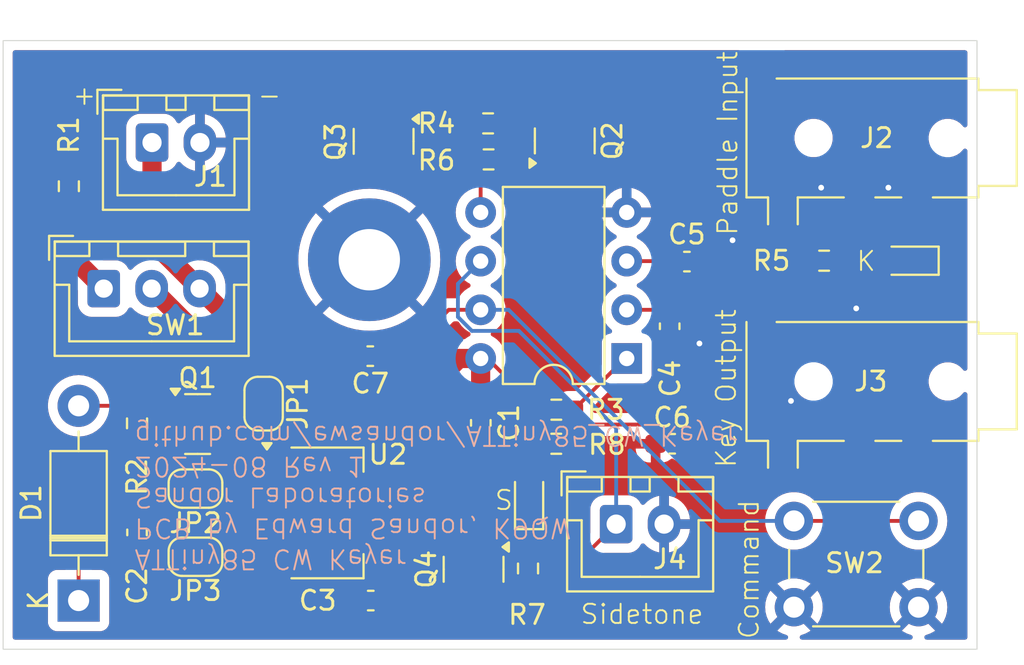
<source format=kicad_pcb>
(kicad_pcb (version 20240108) (generator "pcbnew") (generator_version "8.0")
  (layers (0 "F.Cu" signal) (31 "B.Cu" signal) (34 "B.Paste" user) (35 "F.Paste" user) (36 "B.SilkS" user "B.Silkscreen") (37 "F.SilkS" user "F.Silkscreen") (38 "B.Mask" user) (39 "F.Mask" user) (44 "Edge.Cuts" user))
  (net 0 "")
  (net 1 "VCC")
  (net 2 "GND")
  (net 3 "DIT")
  (net 4 "DAH")
  (net 5 "Net-(JP1-A)")
  (net 6 "Net-(D1-A)")
  (net 7 "COMMAND")
  (net 8 "VDC")
  (net 9 "Net-(D2-K)")
  (net 10 "Net-(Q2-B)")
  (net 11 "Net-(U1-~{RESET}{slash}PB5)")
  (net 12 "KEY")
  (net 13 "SIDETONE")
  (net 14 "Net-(D2-A)")
  (net 15 "Net-(D1-K)")
  (net 16 "Net-(Q3-B)")
  (net 17 "Net-(SW1-A)")
  (net 21 "Net-(Q3-C)")
  (net 22 "Net-(D3-K)")
  (net 23 "Net-(D3-A)")
  (net 24 "Net-(Q4-B)")
  (footprint "Package_TO_SOT_SMD:SOT-223-3_TabPin2" (layer "F.Cu") (at 143.383 110.744)
    (property "Reference" "U2" (at 3.1754 -3.0426 360) (layer "F.SilkS"))
    (property "Value" "LD1117S33TR_SOT223")
    (fp_line (start -1.85 -3.41) (end 1.91 -3.41) (stroke (width 0.12)) (layer "F.SilkS"))
    (fp_line (start -1.85 3.41) (end 1.91 3.41) (stroke (width 0.12)) (layer "F.SilkS"))
    (fp_line (start 1.91 -3.41) (end 1.91 -2.15) (stroke (width 0.12)) (layer "F.SilkS"))
    (fp_line (start 1.91 3.41) (end 1.91 2.15) (stroke (width 0.12)) (layer "F.SilkS"))
    (fp_poly (pts (xy -3.13 -3.31) (xy -3.37 -3.64) (xy -2.89 -3.64) (xy -3.13 -3.31)) (stroke (width 0.12)) (fill solid) (layer "F.SilkS"))
    (pad "1" smd roundrect (at -3.15 -2.3) (size 2 1.5) (layers "F.Cu" "F.Paste" "F.Mask") (net 2 "GND"))
    (pad "2" smd roundrect (at -3.15 0) (size 2 1.5) (layers "F.Cu" "F.Paste" "F.Mask") (net 1 "VCC"))
    (pad "2" smd roundrect (at 3.15 0) (size 2 3.8) (layers "F.Cu" "F.Paste" "F.Mask") (net 1 "VCC"))
    (pad "3" smd roundrect (at -3.15 2.3) (size 2 1.5) (layers "F.Cu" "F.Paste" "F.Mask") (net 15 "Net-(D1-K)"))
  )
  (footprint "Package_TO_SOT_SMD:SOT-23" (layer "F.Cu") (at 155.7895 91.3384 90)
    (property "Reference" "Q2" (at 0 2.479 90) (layer "F.SilkS"))
    (property "Value" "MMBT3904" (hide yes))
    (fp_line (start 0 -1.56) (end 0.65 -1.56) (stroke (width 0.12)) (layer "F.SilkS"))
    (fp_line (start 0 -1.56) (end -0.65 -1.56) (stroke (width 0.12)) (layer "F.SilkS"))
    (fp_line (start 0 1.56) (end 0.65 1.56) (stroke (width 0.12)) (layer "F.SilkS"))
    (fp_line (start 0 1.56) (end -0.65 1.56) (stroke (width 0.12)) (layer "F.SilkS"))
    (fp_poly (pts (xy -1.1625 -1.51) (xy -1.4025 -1.84) (xy -0.9225 -1.84) (xy -1.1625 -1.51)) (stroke (width 0.12)) (fill solid) (layer "F.SilkS"))
    (pad "1" smd roundrect (at -0.9375 -0.95 90) (size 1.475 0.6) (layers "F.Cu" "F.Paste" "F.Mask") (net 10 "Net-(Q2-B)"))
    (pad "2" smd roundrect (at -0.9375 0.95 90) (size 1.475 0.6) (layers "F.Cu" "F.Paste" "F.Mask") (net 2 "GND"))
    (pad "3" smd roundrect (at 0.9375 0 90) (size 1.475 0.6) (layers "F.Cu" "F.Paste" "F.Mask") (net 9 "Net-(D2-K)"))
  )
  (footprint "Capacitor_SMD:C_0603_1608Metric_Pad1.08x0.95mm_HandSolder" (layer "F.Cu") (at 145.6436 102.5652 180)
    (property "Reference" "C7" (at 0 -1.43 360) (layer "F.SilkS"))
    (property "Value" "10nF")
    (fp_line (start -0.146267 0.51) (end 0.146267 0.51) (stroke (width 0.12)) (layer "F.SilkS"))
    (fp_line (start -0.146267 -0.51) (end 0.146267 -0.51) (stroke (width 0.12)) (layer "F.SilkS"))
    (pad "1" smd roundrect (at -0.8625 0 180) (size 1.075 0.95) (layers "F.Cu" "F.Paste" "F.Mask") (net 7 "COMMAND"))
    (pad "2" smd roundrect (at 0.8625 0 180) (size 1.075 0.95) (layers "F.Cu" "F.Paste" "F.Mask") (net 2 "GND"))
  )
  (footprint "Connector_Audio:Jack_3.5mm_PJ320D_Horizontal" (layer "F.Cu") (at 170.993 103.886 180)
    (property "Reference" "J3" (at -0.7618 0 360) (layer "F.SilkS"))
    (property "Value" "AudioJack4")
    (fp_line (start 5.725 3.1) (end 5.725 -3.1) (stroke (width 0.12)) (layer "F.SilkS"))
    (fp_line (start 4.6 -3.1) (end 5.725 -3.1) (stroke (width 0.12)) (layer "F.SilkS"))
    (fp_line (start 4.6 -3.1) (end 4.6 -4.5) (stroke (width 0.12)) (layer "F.SilkS"))
    (fp_line (start 4.15 3.1) (end -6.375 3.1) (stroke (width 0.12)) (layer "F.SilkS"))
    (fp_line (start 3.05 -3.1) (end 3.05 -4.5) (stroke (width 0.12)) (layer "F.SilkS"))
    (fp_line (start 0.65 -3.1) (end 3.05 -3.1) (stroke (width 0.12)) (layer "F.SilkS"))
    (fp_line (start -2.35 -3.1) (end -1 -3.1) (stroke (width 0.12)) (layer "F.SilkS"))
    (fp_line (start -6.375 2.5) (end -6.375 3.1) (stroke (width 0.12)) (layer "F.SilkS"))
    (fp_line (start -6.375 2.5) (end -8.375 2.5) (stroke (width 0.12)) (layer "F.SilkS"))
    (fp_line (start -6.375 -2.5) (end -8.375 -2.5) (stroke (width 0.12)) (layer "F.SilkS"))
    (fp_line (start -6.375 -3.1) (end -4 -3.1) (stroke (width 0.12)) (layer "F.SilkS"))
    (fp_line (start -6.375 -3.1) (end -6.375 -2.5) (stroke (width 0.12)) (layer "F.SilkS"))
    (fp_line (start -8.375 -2.5) (end -8.375 2.5) (stroke (width 0.12)) (layer "F.SilkS"))
    (pad "" np_thru_hole circle (at -4.775 0 180) (size 1.5 1.5) (drill 1.5) (layers "*.Cu" "*.Mask"))
    (pad "" np_thru_hole circle (at 2.225 0 180) (size 1.5 1.5) (drill 1.5) (layers "*.Cu" "*.Mask"))
    (pad "R1" smd rect (at -0.175 -3.25 180) (size 1.2 2.5) (layers "F.Cu" "F.Paste" "F.Mask"))
    (pad "R2" smd rect (at -3.175 -3.25 180) (size 1.2 2.5) (layers "F.Cu" "F.Paste" "F.Mask"))
    (pad "S" smd rect (at 4.925 3.25 180) (size 1.2 2.5) (layers "F.Cu" "F.Paste" "F.Mask") (net 2 "GND"))
    (pad "T" smd rect (at 3.825 -3.25 180) (size 1.2 2.5) (layers "F.Cu" "F.Paste" "F.Mask") (net 21 "Net-(Q3-C)"))
  )
  (footprint "Resistor_SMD:R_0603_1608Metric_Pad0.98x0.95mm_HandSolder" (layer "F.Cu") (at 133.477 106.0704 -90)
    (property "Reference" "R2" (at 2.794 0 90) (layer "F.SilkS"))
    (property "Value" "10k")
    (fp_line (start -0.254724 0.5225) (end 0.254724 0.5225) (stroke (width 0.12)) (layer "F.SilkS"))
    (fp_line (start -0.254724 -0.5225) (end 0.254724 -0.5225) (stroke (width 0.12)) (layer "F.SilkS"))
    (pad "1" smd roundrect (at -0.9125 0 270) (size 0.975 0.95) (layers "F.Cu" "F.Paste" "F.Mask") (net 6 "Net-(D1-A)"))
    (pad "2" smd roundrect (at 0.9125 0 270) (size 0.975 0.95) (layers "F.Cu" "F.Paste" "F.Mask") (net 2 "GND"))
  )
  (footprint "Package_TO_SOT_SMD:SOT-23" (layer "F.Cu") (at 151.0332 113.6835 -90)
    (property "Reference" "Q4" (at 0 2.479 90) (layer "F.SilkS"))
    (property "Value" "MMBT3904" (hide yes))
    (fp_line (start 0 1.56) (end -0.65 1.56) (stroke (width 0.12)) (layer "F.SilkS"))
    (fp_line (start 0 1.56) (end 0.65 1.56) (stroke (width 0.12)) (layer "F.SilkS"))
    (fp_line (start 0 -1.56) (end -0.65 -1.56) (stroke (width 0.12)) (layer "F.SilkS"))
    (fp_line (start 0 -1.56) (end 0.65 -1.56) (stroke (width 0.12)) (layer "F.SilkS"))
    (fp_poly (pts (xy -1.1625 -1.51) (xy -1.4025 -1.84) (xy -0.9225 -1.84) (xy -1.1625 -1.51)) (stroke (width 0.12)) (fill solid) (layer "F.SilkS"))
    (pad "1" smd roundrect (at -0.9375 -0.95 270) (size 1.475 0.6) (layers "F.Cu" "F.Paste" "F.Mask") (net 24 "Net-(Q4-B)"))
    (pad "2" smd roundrect (at -0.9375 0.95 270) (size 1.475 0.6) (layers "F.Cu" "F.Paste" "F.Mask") (net 2 "GND"))
    (pad "3" smd roundrect (at 0.9375 0 270) (size 1.475 0.6) (layers "F.Cu" "F.Paste" "F.Mask") (net 22 "Net-(D3-K)"))
  )
  (footprint "Capacitor_SMD:C_0603_1608Metric_Pad1.08x0.95mm_HandSolder" (layer "F.Cu") (at 161.2624 101.0061 -90)
    (property "Reference" "C4" (at 2.7275 -0.0276 90) (layer "F.SilkS"))
    (property "Value" "10nF")
    (fp_line (start -0.146267 0.51) (end 0.146267 0.51) (stroke (width 0.12)) (layer "F.SilkS"))
    (fp_line (start -0.146267 -0.51) (end 0.146267 -0.51) (stroke (width 0.12)) (layer "F.SilkS"))
    (pad "1" smd roundrect (at -0.8625 0 270) (size 1.075 0.95) (layers "F.Cu" "F.Paste" "F.Mask") (net 4 "DAH"))
    (pad "2" smd roundrect (at 0.8625 0 270) (size 1.075 0.95) (layers "F.Cu" "F.Paste" "F.Mask") (net 2 "GND"))
  )
  (footprint "Capacitor_SMD:C_0603_1608Metric_Pad1.08x0.95mm_HandSolder" (layer "F.Cu") (at 145.669 115.316 180)
    (property "Reference" "C3" (at 2.7675 0 360) (layer "F.SilkS"))
    (property "Value" "10uF")
    (fp_line (start -0.146267 0.51) (end 0.146267 0.51) (stroke (width 0.12)) (layer "F.SilkS"))
    (fp_line (start -0.146267 -0.51) (end 0.146267 -0.51) (stroke (width 0.12)) (layer "F.SilkS"))
    (pad "1" smd roundrect (at -0.8625 0 180) (size 1.075 0.95) (layers "F.Cu" "F.Paste" "F.Mask") (net 1 "VCC"))
    (pad "2" smd roundrect (at 0.8625 0 180) (size 1.075 0.95) (layers "F.Cu" "F.Paste" "F.Mask") (net 2 "GND"))
  )
  (footprint "Connector_JST:JST_XH_B3B-XH-A_1x03_P2.50mm_Vertical" (layer "F.Cu") (at 131.739 99.043)
    (property "Reference" "SW1" (at 3.73 1.905 0) (layer "F.SilkS"))
    (property "Value" "Power Switch")
    (fp_line (start -2.85 -2.75) (end -2.85 -1.5) (stroke (width 0.12)) (layer "F.SilkS"))
    (fp_line (start -2.56 -2.46) (end -2.56 3.51) (stroke (width 0.12)) (layer "F.SilkS"))
    (fp_line (start -2.56 3.51) (end 7.56 3.51) (stroke (width 0.12)) (layer "F.SilkS"))
    (fp_line (start -2.55 -2.45) (end -2.55 -1.7) (stroke (width 0.12)) (layer "F.SilkS"))
    (fp_line (start -2.55 -1.7) (end -0.75 -1.7) (stroke (width 0.12)) (layer "F.SilkS"))
    (fp_line (start -2.55 -0.2) (end -1.8 -0.2) (stroke (width 0.12)) (layer "F.SilkS"))
    (fp_line (start -1.8 -0.2) (end -1.8 2.75) (stroke (width 0.12)) (layer "F.SilkS"))
    (fp_line (start -1.8 2.75) (end 2.5 2.75) (stroke (width 0.12)) (layer "F.SilkS"))
    (fp_line (start -1.6 -2.75) (end -2.85 -2.75) (stroke (width 0.12)) (layer "F.SilkS"))
    (fp_line (start -0.75 -2.45) (end -2.55 -2.45) (stroke (width 0.12)) (layer "F.SilkS"))
    (fp_line (start -0.75 -1.7) (end -0.75 -2.45) (stroke (width 0.12)) (layer "F.SilkS"))
    (fp_line (start 0.75 -2.45) (end 0.75 -1.7) (stroke (width 0.12)) (layer "F.SilkS"))
    (fp_line (start 0.75 -1.7) (end 4.25 -1.7) (stroke (width 0.12)) (layer "F.SilkS"))
    (fp_line (start 4.25 -2.45) (end 0.75 -2.45) (stroke (width 0.12)) (layer "F.SilkS"))
    (fp_line (start 4.25 -1.7) (end 4.25 -2.45) (stroke (width 0.12)) (layer "F.SilkS"))
    (fp_line (start 5.75 -2.45) (end 5.75 -1.7) (stroke (width 0.12)) (layer "F.SilkS"))
    (fp_line (start 5.75 -1.7) (end 7.55 -1.7) (stroke (width 0.12)) (layer "F.SilkS"))
    (fp_line (start 6.8 -0.2) (end 6.8 2.75) (stroke (width 0.12)) (layer "F.SilkS"))
    (fp_line (start 6.8 2.75) (end 2.5 2.75) (stroke (width 0.12)) (layer "F.SilkS"))
    (fp_line (start 7.55 -2.45) (end 5.75 -2.45) (stroke (width 0.12)) (layer "F.SilkS"))
    (fp_line (start 7.55 -1.7) (end 7.55 -2.45) (stroke (width 0.12)) (layer "F.SilkS"))
    (fp_line (start 7.55 -0.2) (end 6.8 -0.2) (stroke (width 0.12)) (layer "F.SilkS"))
    (fp_line (start 7.56 -2.46) (end -2.56 -2.46) (stroke (width 0.12)) (layer "F.SilkS"))
    (fp_line (start 7.56 3.51) (end 7.56 -2.46) (stroke (width 0.12)) (layer "F.SilkS"))
    (pad "1" thru_hole roundrect (at 0 0) (size 1.7 1.95) (drill 0.95) (layers "*.Cu" "*.Mask") (roundrect_rratio 0.147059) (net 17 "Net-(SW1-A)"))
    (pad "2" thru_hole oval (at 2.5 0) (size 1.7 1.95) (drill 0.95) (layers "*.Cu" "*.Mask") (net 5 "Net-(JP1-A)"))
    (pad "3" thru_hole oval (at 5 0) (size 1.7 1.95) (drill 0.95) (layers "*.Cu" "*.Mask") (net 8 "VDC"))
  )
  (footprint "Resistor_SMD:R_0603_1608Metric_Pad0.98x0.95mm_HandSolder" (layer "F.Cu") (at 169.3183 97.5868)
    (property "Reference" "R5" (at -2.7451 0 0) (layer "F.SilkS"))
    (property "Value" "220")
    (fp_line (start -0.254724 -0.5225) (end 0.254724 -0.5225) (stroke (width 0.12)) (layer "F.SilkS"))
    (fp_line (start -0.254724 0.5225) (end 0.254724 0.5225) (stroke (width 0.12)) (layer "F.SilkS"))
    (pad "1" smd roundrect (at -0.9125 0) (size 0.975 0.95) (layers "F.Cu" "F.Paste" "F.Mask") (net 1 "VCC"))
    (pad "2" smd roundrect (at 0.9125 0) (size 0.975 0.95) (layers "F.Cu" "F.Paste" "F.Mask") (net 14 "Net-(D2-A)"))
  )
  (footprint "Button_Switch_THT:SW_PUSH_6mm" (layer "F.Cu") (at 167.7428 111.161)
    (property "Reference" "SW2" (at 3.155 2.197 360) (layer "F.SilkS"))
    (property "Value" "Command")
    (fp_line (start -0.25 1.5) (end -0.25 3) (stroke (width 0.12)) (layer "F.SilkS"))
    (fp_line (start 1 5.5) (end 5.5 5.5) (stroke (width 0.12)) (layer "F.SilkS"))
    (fp_line (start 5.5 -1) (end 1 -1) (stroke (width 0.12)) (layer "F.SilkS"))
    (fp_line (start 6.75 3) (end 6.75 1.5) (stroke (width 0.12)) (layer "F.SilkS"))
    (pad "1" thru_hole circle (at 0 0 90) (size 2 2) (drill 1.1) (layers "*.Cu" "*.Mask") (net 7 "COMMAND"))
    (pad "1" thru_hole circle (at 6.5 0 90) (size 2 2) (drill 1.1) (layers "*.Cu" "*.Mask") (net 7 "COMMAND"))
    (pad "2" thru_hole circle (at 0 4.5 90) (size 2 2) (drill 1.1) (layers "*.Cu" "*.Mask") (net 2 "GND"))
    (pad "2" thru_hole circle (at 6.5 4.5 90) (size 2 2) (drill 1.1) (layers "*.Cu" "*.Mask") (net 2 "GND"))
  )
  (footprint "Resistor_SMD:R_0603_1608Metric_Pad0.98x0.95mm_HandSolder" (layer "F.Cu") (at 129.921 93.7025 90)
    (property "Reference" "R1" (at 2.667 0 90) (layer "F.SilkS"))
    (property "Value" "50")
    (fp_line (start -0.254724 -0.5225) (end 0.254724 -0.5225) (stroke (width 0.12)) (layer "F.SilkS"))
    (fp_line (start -0.254724 0.5225) (end 0.254724 0.5225) (stroke (width 0.12)) (layer "F.SilkS"))
    (pad "1" smd roundrect (at -0.9125 0 90) (size 0.975 0.95) (layers "F.Cu" "F.Paste" "F.Mask") (net 17 "Net-(SW1-A)"))
    (pad "2" smd roundrect (at 0.9125 0 90) (size 0.975 0.95) (layers "F.Cu" "F.Paste" "F.Mask") (net 2 "GND"))
  )
  (footprint "Resistor_SMD:R_0603_1608Metric_Pad0.98x0.95mm_HandSolder" (layer "F.Cu") (at 155.3464 107.1372 180)
    (property "Reference" "R8" (at -2.6416 -0.0508 360) (layer "F.SilkS"))
    (property "Value" "220")
    (fp_line (start -0.254724 0.5225) (end 0.254724 0.5225) (stroke (width 0.12)) (layer "F.SilkS"))
    (fp_line (start -0.254724 -0.5225) (end 0.254724 -0.5225) (stroke (width 0.12)) (layer "F.SilkS"))
    (pad "1" smd roundrect (at -0.9125 0 180) (size 0.975 0.95) (layers "F.Cu" "F.Paste" "F.Mask") (net 23 "Net-(D3-A)"))
    (pad "2" smd roundrect (at 0.9125 0 180) (size 0.975 0.95) (layers "F.Cu" "F.Paste" "F.Mask") (net 1 "VCC"))
  )
  (footprint "Diode_THT:D_DO-41_SOD81_P10.16mm_Horizontal" (layer "F.Cu") (at 130.429 115.316 90)
    (property "Reference" "D1" (at 5.08 -2.47 90) (layer "F.SilkS"))
    (property "Value" "1N4741A")
    (fp_line (start 7.8 -1.47) (end 2.36 -1.47) (stroke (width 0.12)) (layer "F.SilkS"))
    (fp_line (start 3.38 -1.47) (end 3.38 1.47) (stroke (width 0.12)) (layer "F.SilkS"))
    (fp_line (start 3.26 -1.47) (end 3.26 1.47) (stroke (width 0.12)) (layer "F.SilkS"))
    (fp_line (start 3.14 -1.47) (end 3.14 1.47) (stroke (width 0.12)) (layer "F.SilkS"))
    (fp_line (start 2.36 -1.47) (end 2.36 1.47) (stroke (width 0.12)) (layer "F.SilkS"))
    (fp_line (start 8.82 0) (end 7.8 0) (stroke (width 0.12)) (layer "F.SilkS"))
    (fp_line (start 1.34 0) (end 2.36 0) (stroke (width 0.12)) (layer "F.SilkS"))
    (fp_line (start 7.8 1.47) (end 7.8 -1.47) (stroke (width 0.12)) (layer "F.SilkS"))
    (fp_line (start 2.36 1.47) (end 7.8 1.47) (stroke (width 0.12)) (layer "F.SilkS"))
    (fp_text user "K" (at 0 -2.1 90) (layer "F.SilkS"))
    (pad "1" thru_hole rect (at 0 0 90) (size 2.2 2.2) (drill 1.1) (layers "*.Cu" "*.Mask") (net 15 "Net-(D1-K)"))
    (pad "2" thru_hole oval (at 10.16 0 90) (size 2.2 2.2) (drill 1.1) (layers "*.Cu" "*.Mask") (net 6 "Net-(D1-A)"))
  )
  (footprint "Package_TO_SOT_SMD:SOT-23" (layer "F.Cu") (at 146.3396 91.3615 -90)
    (property "Reference" "Q3" (at 0.0277 2.5248 90) (layer "F.SilkS"))
    (property "Value" "MMBT2222A" (hide yes))
    (fp_line (start 0 1.56) (end -0.65 1.56) (stroke (width 0.12)) (layer "F.SilkS"))
    (fp_line (start 0 1.56) (end 0.65 1.56) (stroke (width 0.12)) (layer "F.SilkS"))
    (fp_line (start 0 -1.56) (end -0.65 -1.56) (stroke (width 0.12)) (layer "F.SilkS"))
    (fp_line (start 0 -1.56) (end 0.65 -1.56) (stroke (width 0.12)) (layer "F.SilkS"))
    (fp_poly (pts (xy -1.1625 -1.51) (xy -1.4025 -1.84) (xy -0.9225 -1.84) (xy -1.1625 -1.51)) (stroke (width 0.12)) (fill solid) (layer "F.SilkS"))
    (pad "1" smd roundrect (at -0.9375 -0.95 270) (size 1.475 0.6) (layers "F.Cu" "F.Paste" "F.Mask") (net 16 "Net-(Q3-B)"))
    (pad "2" smd roundrect (at -0.9375 0.95 270) (size 1.475 0.6) (layers "F.Cu" "F.Paste" "F.Mask") (net 2 "GND"))
    (pad "3" smd roundrect (at 0.9375 0 270) (size 1.475 0.6) (layers "F.Cu" "F.Paste" "F.Mask") (net 21 "Net-(Q3-C)"))
  )
  (footprint "Resistor_SMD:R_0603_1608Metric_Pad0.98x0.95mm_HandSolder" (layer "F.Cu") (at 153.8732 113.6415 90)
    (property "Reference" "R7" (at -2.4149 -0.0508 360) (layer "F.SilkS"))
    (property "Value" "4.7k")
    (fp_line (start -0.254724 -0.5225) (end 0.254724 -0.5225) (stroke (width 0.12)) (layer "F.SilkS"))
    (fp_line (start -0.254724 0.5225) (end 0.254724 0.5225) (stroke (width 0.12)) (layer "F.SilkS"))
    (pad "1" smd roundrect (at -0.9125 0 90) (size 0.975 0.95) (layers "F.Cu" "F.Paste" "F.Mask") (net 13 "SIDETONE"))
    (pad "2" smd roundrect (at 0.9125 0 90) (size 0.975 0.95) (layers "F.Cu" "F.Paste" "F.Mask") (net 24 "Net-(Q4-B)"))
  )
  (footprint "Package_TO_SOT_SMD:SOT-23" (layer "F.Cu") (at 136.637 106.1071)
    (property "Reference" "Q1" (at 0 -2.4 0) (layer "F.SilkS"))
    (property "Value" "AO3401A")
    (fp_line (start 0 -1.56) (end -0.65 -1.56) (stroke (width 0.12)) (layer "F.SilkS"))
    (fp_line (start 0 -1.56) (end 0.65 -1.56) (stroke (width 0.12)) (layer "F.SilkS"))
    (fp_line (start 0 1.56) (end -0.65 1.56) (stroke (width 0.12)) (layer "F.SilkS"))
    (fp_line (start 0 1.56) (end 0.65 1.56) (stroke (width 0.12)) (layer "F.SilkS"))
    (fp_poly (pts (xy -1.1625 -1.51) (xy -1.4025 -1.84) (xy -0.9225 -1.84) (xy -1.1625 -1.51)) (stroke (width 0.12)) (fill solid) (layer "F.SilkS"))
    (pad "1" smd roundrect (at -0.9375 -0.95) (size 1.475 0.6) (layers "F.Cu" "F.Paste" "F.Mask") (net 6 "Net-(D1-A)"))
    (pad "2" smd roundrect (at -0.9375 0.95) (size 1.475 0.6) (layers "F.Cu" "F.Paste" "F.Mask") (net 15 "Net-(D1-K)"))
    (pad "3" smd roundrect (at 0.9375 0) (size 1.475 0.6) (layers "F.Cu" "F.Paste" "F.Mask") (net 5 "Net-(JP1-A)"))
  )
  (footprint "Capacitor_SMD:C_0603_1608Metric_Pad1.08x0.95mm_HandSolder" (layer "F.Cu") (at 162.1609 97.6344)
    (property "Reference" "C5" (at -0.0073 -1.4192 0) (layer "F.SilkS"))
    (property "Value" "10nF")
    (fp_line (start -0.146267 -0.51) (end 0.146267 -0.51) (stroke (width 0.12)) (layer "F.SilkS"))
    (fp_line (start -0.146267 0.51) (end 0.146267 0.51) (stroke (width 0.12)) (layer "F.SilkS"))
    (pad "1" smd roundrect (at -0.8625 0) (size 1.075 0.95) (layers "F.Cu" "F.Paste" "F.Mask") (net 3 "DIT"))
    (pad "2" smd roundrect (at 0.8625 0) (size 1.075 0.95) (layers "F.Cu" "F.Paste" "F.Mask") (net 2 "GND"))
  )
  (footprint "Resistor_SMD:R_0603_1608Metric_Pad0.98x0.95mm_HandSolder" (layer "F.Cu") (at 151.8155 92.3036 180)
    (property "Reference" "R6" (at 2.7175 -0.0508 360) (layer "F.SilkS"))
    (property "Value" "4.7k")
    (fp_line (start -0.254724 0.5225) (end 0.254724 0.5225) (stroke (width 0.12)) (layer "F.SilkS"))
    (fp_line (start -0.254724 -0.5225) (end 0.254724 -0.5225) (stroke (width 0.12)) (layer "F.SilkS"))
    (pad "1" smd roundrect (at -0.9125 0 180) (size 0.975 0.95) (layers "F.Cu" "F.Paste" "F.Mask") (net 12 "KEY"))
    (pad "2" smd roundrect (at 0.9125 0 180) (size 0.975 0.95) (layers "F.Cu" "F.Paste" "F.Mask") (net 16 "Net-(Q3-B)"))
  )
  (footprint "Capacitor_SMD:C_0603_1608Metric_Pad1.08x0.95mm_HandSolder" (layer "F.Cu") (at 151.4094 106.045 -90)
    (property "Reference" "C1" (at -0.0011 -1.4732 90) (layer "F.SilkS"))
    (property "Value" "100nF")
    (fp_line (start -0.146267 0.51) (end 0.146267 0.51) (stroke (width 0.12)) (layer "F.SilkS"))
    (fp_line (start -0.146267 -0.51) (end 0.146267 -0.51) (stroke (width 0.12)) (layer "F.SilkS"))
    (pad "1" smd roundrect (at -0.8625 0 270) (size 1.075 0.95) (layers "F.Cu" "F.Paste" "F.Mask") (net 1 "VCC"))
    (pad "2" smd roundrect (at 0.8625 0 270) (size 1.075 0.95) (layers "F.Cu" "F.Paste" "F.Mask") (net 2 "GND"))
  )
  (footprint "Capacitor_SMD:C_0603_1608Metric_Pad1.08x0.95mm_HandSolder" (layer "F.Cu") (at 133.477 111.76 -90)
    (property "Reference" "C2" (at 2.794 0 90) (layer "F.SilkS"))
    (property "Value" "100nF")
    (fp_line (start -0.146267 0.51) (end 0.146267 0.51) (stroke (width 0.12)) (layer "F.SilkS"))
    (fp_line (start -0.146267 -0.51) (end 0.146267 -0.51) (stroke (width 0.12)) (layer "F.SilkS"))
    (pad "1" smd roundrect (at -0.8625 0 270) (size 1.075 0.95) (layers "F.Cu" "F.Paste" "F.Mask") (net 15 "Net-(D1-K)"))
    (pad "2" smd roundrect (at 0.8625 0 270) (size 1.075 0.95) (layers "F.Cu" "F.Paste" "F.Mask") (net 2 "GND"))
  )
  (footprint "MountingHole:MountingHole_3.2mm_M3_Pad_TopBottom" (layer "F.Cu") (at 145.593 97.536)
    (property "Reference" "J5" (hide yes))
    (property "Value" "Mounting Hole")
    (pad "1" thru_hole circle (at 0 0) (size 3.6 3.6) (drill 3.2) (layers "*.Cu" "*.Mask") (net 2 "GND"))
    (pad "1" connect circle (at 0 0) (size 6.4 6.4) (layers "F.Cu" "F.Mask") (net 2 "GND"))
    (pad "1" connect circle (at 0 0) (size 6.4 6.4) (layers "B.Cu" "B.Mask") (net 2 "GND"))
  )
  (footprint "Resistor_SMD:R_0603_1608Metric_Pad0.98x0.95mm_HandSolder" (layer "F.Cu") (at 155.3483 105.3592)
    (property "Reference" "R3" (at 2.5843 0.0032 0) (layer "F.SilkS"))
    (property "Value" "4.7k")
    (fp_line (start -0.254724 -0.5225) (end 0.254724 -0.5225) (stroke (width 0.12)) (layer "F.SilkS"))
    (fp_line (start -0.254724 0.5225) (end 0.254724 0.5225) (stroke (width 0.12)) (layer "F.SilkS"))
    (pad "1" smd roundrect (at -0.9125 0) (size 0.975 0.95) (layers "F.Cu" "F.Paste" "F.Mask") (net 1 "VCC"))
    (pad "2" smd roundrect (at 0.9125 0) (size 0.975 0.95) (layers "F.Cu" "F.Paste" "F.Mask") (net 11 "Net-(U1-~{RESET}{slash}PB5)"))
  )
  (footprint "Connector_JST:JST_XH_B2B-XH-A_1x02_P2.50mm_Vertical" (layer "F.Cu") (at 134.259 91.423)
    (property "Reference" "J1" (at 3.048 1.778 0) (layer "F.SilkS"))
    (property "Value" "Power Input")
    (fp_line (start -2.85 -2.75) (end -2.85 -1.5) (stroke (width 0.12)) (layer "F.SilkS"))
    (fp_line (start -2.56 -2.46) (end -2.56 3.51) (stroke (width 0.12)) (layer "F.SilkS"))
    (fp_line (start -2.56 3.51) (end 5.06 3.51) (stroke (width 0.12)) (layer "F.SilkS"))
    (fp_line (start -2.55 -2.45) (end -2.55 -1.7) (stroke (width 0.12)) (layer "F.SilkS"))
    (fp_line (start -2.55 -1.7) (end -0.75 -1.7) (stroke (width 0.12)) (layer "F.SilkS"))
    (fp_line (start -2.55 -0.2) (end -1.8 -0.2) (stroke (width 0.12)) (layer "F.SilkS"))
    (fp_line (start -1.8 -0.2) (end -1.8 2.75) (stroke (width 0.12)) (layer "F.SilkS"))
    (fp_line (start -1.8 2.75) (end 1.25 2.75) (stroke (width 0.12)) (layer "F.SilkS"))
    (fp_line (start -1.6 -2.75) (end -2.85 -2.75) (stroke (width 0.12)) (layer "F.SilkS"))
    (fp_line (start -0.75 -2.45) (end -2.55 -2.45) (stroke (width 0.12)) (layer "F.SilkS"))
    (fp_line (start -0.75 -1.7) (end -0.75 -2.45) (stroke (width 0.12)) (layer "F.SilkS"))
    (fp_line (start 0.75 -2.45) (end 0.75 -1.7) (stroke (width 0.12)) (layer "F.SilkS"))
    (fp_line (start 0.75 -1.7) (end 1.75 -1.7) (stroke (width 0.12)) (layer "F.SilkS"))
    (fp_line (start 1.75 -2.45) (end 0.75 -2.45) (stroke (width 0.12)) (layer "F.SilkS"))
    (fp_line (start 1.75 -1.7) (end 1.75 -2.45) (stroke (width 0.12)) (layer "F.SilkS"))
    (fp_line (start 3.25 -2.45) (end 3.25 -1.7) (stroke (width 0.12)) (layer "F.SilkS"))
    (fp_line (start 3.25 -1.7) (end 5.05 -1.7) (stroke (width 0.12)) (layer "F.SilkS"))
    (fp_line (start 4.3 -0.2) (end 4.3 2.75) (stroke (width 0.12)) (layer "F.SilkS"))
    (fp_line (start 4.3 2.75) (end 1.25 2.75) (stroke (width 0.12)) (layer "F.SilkS"))
    (fp_line (start 5.05 -2.45) (end 3.25 -2.45) (stroke (width 0.12)) (layer "F.SilkS"))
    (fp_line (start 5.05 -1.7) (end 5.05 -2.45) (stroke (width 0.12)) (layer "F.SilkS"))
    (fp_line (start 5.05 -0.2) (end 4.3 -0.2) (stroke (width 0.12)) (layer "F.SilkS"))
    (fp_line (start 5.06 -2.46) (end -2.56 -2.46) (stroke (width 0.12)) (layer "F.SilkS"))
    (fp_line (start 5.06 3.51) (end 5.06 -2.46) (stroke (width 0.12)) (layer "F.SilkS"))
    (pad "1" thru_hole roundrect (at 0 0) (size 1.7 2) (drill 1) (layers "*.Cu" "*.Mask") (roundrect_rratio 0.147059) (net 8 "VDC"))
    (pad "2" thru_hole oval (at 2.5 0) (size 1.7 2) (drill 1) (layers "*.Cu" "*.Mask") (net 2 "GND"))
  )
  (footprint "Resistor_SMD:R_0603_1608Metric_Pad0.98x0.95mm_HandSolder" (layer "F.Cu") (at 151.7904 90.424)
    (property "Reference" "R4" (at -2.6924 0 360) (layer "F.SilkS"))
    (property "Value" "4.7k")
    (fp_line (start -0.254724 -0.5225) (end 0.254724 -0.5225) (stroke (width 0.12)) (layer "F.SilkS"))
    (fp_line (start -0.254724 0.5225) (end 0.254724 0.5225) (stroke (width 0.12)) (layer "F.SilkS"))
    (pad "1" smd roundrect (at -0.9125 0) (size 0.975 0.95) (layers "F.Cu" "F.Paste" "F.Mask") (net 12 "KEY"))
    (pad "2" smd roundrect (at 0.9125 0) (size 0.975 0.95) (layers "F.Cu" "F.Paste" "F.Mask") (net 10 "Net-(Q2-B)"))
  )
  (footprint "Package_DIP:DIP-8_W7.62mm" (layer "F.Cu") (at 159.021 102.6884 180)
    (property "Reference" "U1" (hide yes))
    (property "Value" "ATtiny85-20P")
    (fp_line (start 6.46 8.95) (end 6.46 -1.33) (stroke (width 0.12)) (layer "F.SilkS"))
    (fp_line (start 6.46 -1.33) (end 4.81 -1.33) (stroke (width 0.12)) (layer "F.SilkS"))
    (fp_line (start 2.81 -1.33) (end 1.16 -1.33) (stroke (width 0.12)) (layer "F.SilkS"))
    (fp_line (start 1.16 8.95) (end 6.46 8.95) (stroke (width 0.12)) (layer "F.SilkS"))
    (fp_line (start 1.16 -1.33) (end 1.16 8.95) (stroke (width 0.12)) (layer "F.SilkS"))
    (fp_arc (start 4.81 -1.33) (mid 3.81 -0.33) (end 2.81 -1.33) (stroke (width 0.12)) (layer "F.SilkS"))
    (pad "1" thru_hole rect (at 0 0 180) (size 1.6 1.6) (drill 0.8) (layers "*.Cu" "*.Mask") (net 11 "Net-(U1-~{RESET}{slash}PB5)"))
    (pad "2" thru_hole oval (at 0 2.54 180) (size 1.6 1.6) (drill 0.8) (layers "*.Cu" "*.Mask") (net 4 "DAH"))
    (pad "3" thru_hole oval (at 0 5.08 180) (size 1.6 1.6) (drill 0.8) (layers "*.Cu" "*.Mask") (net 3 "DIT"))
    (pad "4" thru_hole oval (at 0 7.62 180) (size 1.6 1.6) (drill 0.8) (layers "*.Cu" "*.Mask") (net 2 "GND"))
    (pad "5" thru_hole oval (at 7.62 7.62 180) (size 1.6 1.6) (drill 0.8) (layers "*.Cu" "*.Mask") (net 12 "KEY"))
    (pad "6" thru_hole oval (at 7.62 5.08 180) (size 1.6 1.6) (drill 0.8) (layers "*.Cu" "*.Mask") (net 13 "SIDETONE"))
    (pad "7" thru_hole oval (at 7.62 2.54 180) (size 1.6 1.6) (drill 0.8) (layers "*.Cu" "*.Mask") (net 7 "COMMAND"))
    (pad "8" thru_hole oval (at 7.62 0 180) (size 1.6 1.6) (drill 0.8) (layers "*.Cu" "*.Mask") (net 1 "VCC"))
  )
  (footprint "Connector_JST:JST_XH_B2B-XH-A_1x02_P2.50mm_Vertical" (layer "F.Cu") (at 158.4706 111.3282)
    (property "Reference" "J4" (at 2.794 1.8288 360) (layer "F.SilkS"))
    (property "Value" "Sidetone")
    (fp_line (start -2.85 -2.75) (end -2.85 -1.5) (stroke (width 0.12)) (layer "F.SilkS"))
    (fp_line (start -2.56 -2.46) (end -2.56 3.51) (stroke (width 0.12)) (layer "F.SilkS"))
    (fp_line (start -2.56 3.51) (end 5.06 3.51) (stroke (width 0.12)) (layer "F.SilkS"))
    (fp_line (start -2.55 -2.45) (end -2.55 -1.7) (stroke (width 0.12)) (layer "F.SilkS"))
    (fp_line (start -2.55 -1.7) (end -0.75 -1.7) (stroke (width 0.12)) (layer "F.SilkS"))
    (fp_line (start -2.55 -0.2) (end -1.8 -0.2) (stroke (width 0.12)) (layer "F.SilkS"))
    (fp_line (start -1.8 -0.2) (end -1.8 2.75) (stroke (width 0.12)) (layer "F.SilkS"))
    (fp_line (start -1.8 2.75) (end 1.25 2.75) (stroke (width 0.12)) (layer "F.SilkS"))
    (fp_line (start -1.6 -2.75) (end -2.85 -2.75) (stroke (width 0.12)) (layer "F.SilkS"))
    (fp_line (start -0.75 -2.45) (end -2.55 -2.45) (stroke (width 0.12)) (layer "F.SilkS"))
    (fp_line (start -0.75 -1.7) (end -0.75 -2.45) (stroke (width 0.12)) (layer "F.SilkS"))
    (fp_line (start 0.75 -2.45) (end 0.75 -1.7) (stroke (width 0.12)) (layer "F.SilkS"))
    (fp_line (start 0.75 -1.7) (end 1.75 -1.7) (stroke (width 0.12)) (layer "F.SilkS"))
    (fp_line (start 1.75 -2.45) (end 0.75 -2.45) (stroke (width 0.12)) (layer "F.SilkS"))
    (fp_line (start 1.75 -1.7) (end 1.75 -2.45) (stroke (width 0.12)) (layer "F.SilkS"))
    (fp_line (start 3.25 -2.45) (end 3.25 -1.7) (stroke (width 0.12)) (layer "F.SilkS"))
    (fp_line (start 3.25 -1.7) (end 5.05 -1.7) (stroke (width 0.12)) (layer "F.SilkS"))
    (fp_line (start 4.3 -0.2) (end 4.3 2.75) (stroke (width 0.12)) (layer "F.SilkS"))
    (fp_line (start 4.3 2.75) (end 1.25 2.75) (stroke (width 0.12)) (layer "F.SilkS"))
    (fp_line (start 5.05 -2.45) (end 3.25 -2.45) (stroke (width 0.12)) (layer "F.SilkS"))
    (fp_line (start 5.05 -1.7) (end 5.05 -2.45) (stroke (width 0.12)) (layer "F.SilkS"))
    (fp_line (start 5.05 -0.2) (end 4.3 -0.2) (stroke (width 0.12)) (layer "F.SilkS"))
    (fp_line (start 5.06 -2.46) (end -2.56 -2.46) (stroke (width 0.12)) (layer "F.SilkS"))
    (fp_line (start 5.06 3.51) (end 5.06 -2.46) (stroke (width 0.12)) (layer "F.SilkS"))
    (pad "1" thru_hole roundrect (at 0 0) (size 1.7 2) (drill 1) (layers "*.Cu" "*.Mask") (roundrect_rratio 0.147059) (net 13 "SIDETONE"))
    (pad "2" thru_hole oval (at 2.5 0) (size 1.7 2) (drill 1) (layers "*.Cu" "*.Mask") (net 2 "GND"))
  )
  (footprint "Jumper:SolderJumper-2_P1.3mm_Open_RoundedPad1.0x1.5mm" (layer "F.Cu") (at 140.081 105.044 90)
    (property "Reference" "JP1" (at 0 1.778 90) (layer "F.SilkS"))
    (property "Value" "Bypass Switch")
    (fp_line (start -0.7 -1) (end 0.7 -1) (stroke (width 0.12)) (layer "F.SilkS"))
    (fp_line (start 1.4 -0.3) (end 1.4 0.3) (stroke (width 0.12)) (layer "F.SilkS"))
    (fp_line (start -1.4 0.3) (end -1.4 -0.3) (stroke (width 0.12)) (layer "F.SilkS"))
    (fp_line (start 0.7 1) (end -0.7 1) (stroke (width 0.12)) (layer "F.SilkS"))
    (fp_arc (start 0.7 -1) (mid 1.194975 -0.794975) (end 1.4 -0.3) (stroke (width 0.12)) (layer "F.SilkS"))
    (fp_arc (start -1.4 -0.3) (mid -1.194975 -0.794975) (end -0.7 -1) (stroke (width 0.12)) (layer "F.SilkS"))
    (fp_arc (start 1.4 0.3) (mid 1.194975 0.794975) (end 0.7 1) (stroke (width 0.12)) (layer "F.SilkS"))
    (fp_arc (start -0.7 1) (mid -1.194975 0.794975) (end -1.4 0.3) (stroke (width 0.12)) (layer "F.SilkS"))
    (pad "1" smd custom (at -0.65 0 90) (size 1 0.5) (layers "F.Cu" "F.Mask") (net 5 "Net-(JP1-A)") (options (clearance outline) (anchor rect)) (primitives (gr_circle (center 0 0.25) (end 0.5 0.25) (width 0) (fill yes)) (gr_circle (center 0 -0.25) (end 0.5 -0.25) (width 0) (fill yes)) (gr_poly (pts (xy 0.5 0.75) (xy 0 0.75) (xy 0 -0.75) (xy 0.5 -0.75)) (width 0) (fill yes))))
    (pad "2" smd custom (at 0.65 0 90) (size 1 0.5) (layers "F.Cu" "F.Mask") (net 8 "VDC") (options (clearance outline) (anchor rect)) (primitives (gr_circle (center 0 0.25) (end 0.5 0.25) (width 0) (fill yes)) (gr_circle (center 0 -0.25) (end 0.5 -0.25) (width 0) (fill yes)) (gr_poly (pts (xy 0 0.75) (xy -0.5 0.75) (xy -0.5 -0.75) (xy 0 -0.75)) (width 0) (fill yes))))
  )
  (footprint "Jumper:SolderJumper-2_P1.3mm_Open_RoundedPad1.0x1.5mm" (layer "F.Cu") (at 136.525 109.474 180)
    (property "Reference" "JP2" (at 0 -1.8 360) (layer "F.SilkS"))
    (property "Value" "Bypass Polarity Protection")
    (fp_line (start 1.4 -0.3) (end 1.4 0.3) (stroke (width 0.12)) (layer "F.SilkS"))
    (fp_line (start 0.7 1) (end -0.7 1) (stroke (width 0.12)) (layer "F.SilkS"))
    (fp_line (start -0.7 -1) (end 0.7 -1) (stroke (width 0.12)) (layer "F.SilkS"))
    (fp_line (start -1.4 0.3) (end -1.4 -0.3) (stroke (width 0.12)) (layer "F.SilkS"))
    (fp_arc (start 1.4 0.3) (mid 1.194975 0.794975) (end 0.7 1) (stroke (width 0.12)) (layer "F.SilkS"))
    (fp_arc (start 0.7 -1) (mid 1.194975 -0.794975) (end 1.4 -0.3) (stroke (width 0.12)) (layer "F.SilkS"))
    (fp_arc (start -0.7 1) (mid -1.194975 0.794975) (end -1.4 0.3) (stroke (width 0.12)) (layer "F.SilkS"))
    (fp_arc (start -1.4 -0.3) (mid -1.194975 -0.794975) (end -0.7 -1) (stroke (width 0.12)) (layer "F.SilkS"))
    (pad "1" smd custom (at -0.65 0 180) (size 1 0.5) (layers "F.Cu" "F.Mask") (net 5 "Net-(JP1-A)") (options (clearance outline) (anchor rect)) (primitives (gr_circle (center 0 0.25) (end 0.5 0.25) (width 0) (fill yes)) (gr_circle (center 0 -0.25) (end 0.5 -0.25) (width 0) (fill yes)) (gr_poly (pts (xy 0.5 0.75) (xy 0 0.75) (xy 0 -0.75) (xy 0.5 -0.75)) (width 0) (fill yes))))
    (pad "2" smd custom (at 0.65 0 180) (size 1 0.5) (layers "F.Cu" "F.Mask") (net 15 "Net-(D1-K)") (options (clearance outline) (anchor rect)) (primitives (gr_circle (center 0 0.25) (end 0.5 0.25) (width 0) (fill yes)) (gr_circle (center 0 -0.25) (end 0.5 -0.25) (width 0) (fill yes)) (gr_poly (pts (xy 0 0.75) (xy -0.5 0.75) (xy -0.5 -0.75) (xy 0 -0.75)) (width 0) (fill yes))))
  )
  (footprint "Connector_Audio:Jack_3.5mm_PJ320D_Horizontal" (layer "F.Cu") (at 170.993 91.186 180)
    (property "Reference" "J2" (at -1.0666 0 360) (layer "F.SilkS"))
    (property "Value" "AudioJack4")
    (fp_line (start 5.725 3.1) (end 5.725 -3.1) (stroke (width 0.12)) (layer "F.SilkS"))
    (fp_line (start 4.6 -3.1) (end 5.725 -3.1) (stroke (width 0.12)) (layer "F.SilkS"))
    (fp_line (start 4.6 -3.1) (end 4.6 -4.5) (stroke (width 0.12)) (layer "F.SilkS"))
    (fp_line (start 4.15 3.1) (end -6.375 3.1) (stroke (width 0.12)) (layer "F.SilkS"))
    (fp_line (start 3.05 -3.1) (end 3.05 -4.5) (stroke (width 0.12)) (layer "F.SilkS"))
    (fp_line (start 0.65 -3.1) (end 3.05 -3.1) (stroke (width 0.12)) (layer "F.SilkS"))
    (fp_line (start -2.35 -3.1) (end -1 -3.1) (stroke (width 0.12)) (layer "F.SilkS"))
    (fp_line (start -6.375 2.5) (end -6.375 3.1) (stroke (width 0.12)) (layer "F.SilkS"))
    (fp_line (start -6.375 2.5) (end -8.375 2.5) (stroke (width 0.12)) (layer "F.SilkS"))
    (fp_line (start -6.375 -2.5) (end -8.375 -2.5) (stroke (width 0.12)) (layer "F.SilkS"))
    (fp_line (start -6.375 -3.1) (end -4 -3.1) (stroke (width 0.12)) (layer "F.SilkS"))
    (fp_line (start -6.375 -3.1) (end -6.375 -2.5) (stroke (width 0.12)) (layer "F.SilkS"))
    (fp_line (start -8.375 -2.5) (end -8.375 2.5) (stroke (width 0.12)) (layer "F.SilkS"))
    (pad "" np_thru_hole circle (at -4.775 0 180) (size 1.5 1.5) (drill 1.5) (layers "*.Cu" "*.Mask"))
    (pad "" np_thru_hole circle (at 2.225 0 180) (size 1.5 1.5) (drill 1.5) (layers "*.Cu" "*.Mask"))
    (pad "R1" smd rect (at -0.175 -3.25 180) (size 1.2 2.5) (layers "F.Cu" "F.Paste" "F.Mask") (net 4 "DAH"))
    (pad "R2" smd rect (at -3.175 -3.25 180) (size 1.2 2.5) (layers "F.Cu" "F.Paste" "F.Mask"))
    (pad "S" smd rect (at 4.925 3.25 180) (size 1.2 2.5) (layers "F.Cu" "F.Paste" "F.Mask") (net 2 "GND"))
    (pad "T" smd rect (at 3.825 -3.25 180) (size 1.2 2.5) (layers "F.Cu" "F.Paste" "F.Mask") (net 3 "DIT"))
  )
  (footprint "Jumper:SolderJumper-2_P1.3mm_Open_RoundedPad1.0x1.5mm" (layer "F.Cu") (at 136.525 113.03)
    (property "Reference" "JP3" (at 0 1.778 360) (layer "F.SilkS"))
    (property "Value" "Bypass Regulator")
    (fp_line (start -1.4 0.3) (end -1.4 -0.3) (stroke (width 0.12)) (layer "F.SilkS"))
    (fp_line (start -0.7 -1) (end 0.7 -1) (stroke (width 0.12)) (layer "F.SilkS"))
    (fp_line (start 0.7 1) (end -0.7 1) (stroke (width 0.12)) (layer "F.SilkS"))
    (fp_line (start 1.4 -0.3) (end 1.4 0.3) (stroke (width 0.12)) (layer "F.SilkS"))
    (fp_arc (start -1.4 -0.3) (mid -1.194975 -0.794975) (end -0.7 -1) (stroke (width 0.12)) (layer "F.SilkS"))
    (fp_arc (start -0.7 1) (mid -1.194975 0.794975) (end -1.4 0.3) (stroke (width 0.12)) (layer "F.SilkS"))
    (fp_arc (start 0.7 -1) (mid 1.194975 -0.794975) (end 1.4 -0.3) (stroke (width 0.12)) (layer "F.SilkS"))
    (fp_arc (start 1.4 0.3) (mid 1.194975 0.794975) (end 0.7 1) (stroke (width 0.12)) (layer "F.SilkS"))
    (pad "1" smd custom (at -0.65 0) (size 1 0.5) (layers "F.Cu" "F.Mask") (net 15 "Net-(D1-K)") (options (clearance outline) (anchor rect)) (primitives (gr_circle (center 0 0.25) (end 0.5 0.25) (width 0) (fill yes)) (gr_circle (center 0 -0.25) (end 0.5 -0.25) (width 0) (fill yes)) (gr_poly (pts (xy 0.5 0.75) (xy 0 0.75) (xy 0 -0.75) (xy 0.5 -0.75)) (width 0) (fill yes))))
    (pad "2" smd custom (at 0.65 0) (size 1 0.5) (layers "F.Cu" "F.Mask") (net 1 "VCC") (options (clearance outline) (anchor rect)) (primitives (gr_circle (center 0 0.25) (end 0.5 0.25) (width 0) (fill yes)) (gr_circle (center 0 -0.25) (end 0.5 -0.25) (width 0) (fill yes)) (gr_poly (pts (xy 0 0.75) (xy -0.5 0.75) (xy -0.5 -0.75) (xy 0 -0.75)) (width 0) (fill yes))))
  )
  (footprint "LED_SMD:LED_0603_1608Metric_Pad1.05x0.95mm_HandSolder" (layer "F.Cu") (at 173.6344 97.5868 180)
    (property "Reference" "D2" (hide yes))
    (property "Value" "Key")
    (fp_line (start 0.8 -0.735) (end -1.66 -0.735) (stroke (width 0.12)) (layer "F.SilkS"))
    (fp_line (start -1.66 0.735) (end 0.8 0.735) (stroke (width 0.12)) (layer "F.SilkS"))
    (fp_line (start -1.66 -0.735) (end -1.66 0.735) (stroke (width 0.12)) (layer "F.SilkS"))
    (pad "1" smd roundrect (at -0.875 0 180) (size 1.05 0.95) (layers "F.Cu" "F.Paste" "F.Mask") (net 9 "Net-(D2-K)"))
    (pad "2" smd roundrect (at 0.875 0 180) (size 1.05 0.95) (layers "F.Cu" "F.Paste" "F.Mask") (net 14 "Net-(D2-A)"))
  )
  (footprint "Capacitor_SMD:C_0603_1608Metric_Pad1.08x0.95mm_HandSolder" (layer "F.Cu") (at 161.3916 107.1372 180)
    (property "Reference" "C6" (at 0 1.3716 360) (layer "F.SilkS"))
    (property "Value" "10nF")
    (fp_line (start -0.146267 0.51) (end 0.146267 0.51) (stroke (width 0.12)) (layer "F.SilkS"))
    (fp_line (start -0.146267 -0.51) (end 0.146267 -0.51) (stroke (width 0.12)) (layer "F.SilkS"))
    (pad "1" smd roundrect (at -0.8625 0 180) (size 1.075 0.95) (layers "F.Cu" "F.Paste" "F.Mask") (net 21 "Net-(Q3-C)"))
    (pad "2" smd roundrect (at 0.8625 0 180) (size 1.075 0.95) (layers "F.Cu" "F.Paste" "F.Mask") (net 2 "GND"))
  )
  (footprint "LED_SMD:LED_0603_1608Metric_Pad1.05x0.95mm_HandSolder" (layer "F.Cu") (at 153.9288 109.9312 90)
    (property "Reference" "D3" (hide yes))
    (property "Value" "Sidetone")
    (fp_line (start 0.8 -0.735) (end -1.66 -0.735) (stroke (width 0.12)) (layer "F.SilkS"))
    (fp_line (start -1.66 -0.735) (end -1.66 0.735) (stroke (width 0.12)) (layer "F.SilkS"))
    (fp_line (start -1.66 0.735) (end 0.8 0.735) (stroke (width 0.12)) (layer "F.SilkS"))
    (pad "1" smd roundrect (at -0.875 0 90) (size 1.05 0.95) (layers "F.Cu" "F.Paste" "F.Mask") (net 22 "Net-(D3-K)"))
    (pad "2" smd roundrect (at 0.875 0 90) (size 1.05 0.95) (layers "F.Cu" "F.Paste" "F.Mask") (net 23 "Net-(D3-A)"))
  )
  (gr_rect (start 126.492 86.106) (end 177.292 117.856) (stroke (width 0.05)) (fill none) (layer "Edge.Cuts"))
  (gr_text "ATTiny85 CW Keyer\nPCB by Edward Sandor, K9QW\nSandor Laboratories\n2024-08 Rev 1\ngithub.com/ewsandor/ATTiny85_CW_Keyer" (at 133.2738 106.1212 180) (layer "B.SilkS") (effects (font (size 1 1) (thickness 0.1)) (justify left bottom mirror)))
  (gr_text "S" (at 152.0698 110.6678 0) (layer "F.SilkS") (effects (font (size 1 1) (thickness 0.1)) (justify left bottom)))
  (gr_text "K" (at 170.942 98.1964 0) (layer "F.SilkS") (effects (font (size 1 1) (thickness 0.1)) (justify left bottom)))
  (gr_text "Command" (at 165.9876 117.3988 90) (layer "F.SilkS") (effects (font (size 1 1) (thickness 0.1)) (justify left bottom)))
  (gr_text "Paddle Input" (at 164.8714 96.3422 90) (layer "F.SilkS") (effects (font (size 1 1) (thickness 0.1)) (justify left bottom)))
  (gr_text "-" (at 139.7 89.535 0) (layer "F.SilkS") (effects (font (size 1 1) (thickness 0.1)) (justify left bottom)))
  (gr_text "+\n" (at 130.048 89.535 0) (layer "F.SilkS") (effects (font (size 1 1) (thickness 0.1)) (justify left bottom)))
  (gr_text "Sidetone\n" (at 156.5402 116.6114 0) (layer "F.SilkS") (effects (font (size 1 1) (thickness 0.1)) (justify left bottom)))
  (gr_text "Key Output" (at 164.7952 108.458 90) (layer "F.SilkS") (effects (font (size 1 1) (thickness 0.1)) (justify left bottom)))
  (segment (start 140.233 110.744) (end 139.461 110.744) (width 1) (layer "F.Cu") (net 1))
  (segment (start 146.5315 115.316) (end 146.5315 110.7455) (width 1) (layer "F.Cu") (net 1))
  (segment (start 146.533 106.42503) (end 150.26963 102.6884) (width 1) (layer "F.Cu") (net 1))
  (segment (start 154.4339 105.3611) (end 154.4358 105.3592) (width 0.2) (layer "F.Cu") (net 1))
  (segment (start 154.4358 105.3592) (end 155.2108 106.1342) (width 0.2) (layer "F.Cu") (net 1))
  (segment (start 151.7612 102.6884) (end 151.401 102.6884) (width 0.2) (layer "F.Cu") (net 1))
  (segment (start 154.4358 105.3592) (end 154.432 105.3592) (width 0.2) (layer "F.Cu") (net 1))
  (segment (start 139.461 110.744) (end 137.175 113.03) (width 1) (layer "F.Cu") (net 1))
  (segment (start 168.4058 102.4598) (end 168.4058 97.5868) (width 0.2) (layer "F.Cu") (net 1))
  (segment (start 146.533 110.744) (end 146.533 106.42503) (width 1) (layer "F.Cu") (net 1))
  (segment (start 155.2108 106.1342) (end 164.7314 106.1342) (width 0.2) (layer "F.Cu") (net 1))
  (segment (start 154.432 105.3592) (end 151.7612 102.6884) (width 0.2) (layer "F.Cu") (net 1))
  (segment (start 151.5364 102.8238) (end 151.401 102.6884) (width 1) (layer "F.Cu") (net 1))
  (segment (start 154.4336 105.3614) (end 154.4358 105.3592) (width 0.2) (layer "F.Cu") (net 1))
  (segment (start 164.7314 106.1342) (end 168.4058 102.4598) (width 0.2) (layer "F.Cu") (net 1))
  (segment (start 154.4339 107.1372) (end 154.4339 105.3611) (width 0.2) (layer "F.Cu") (net 1))
  (segment (start 146.533 110.744) (end 140.233 110.744) (width 1) (layer "F.Cu") (net 1))
  (segment (start 151.401 102.6884) (end 151.401 105.1741) (width 1) (layer "F.Cu") (net 1))
  (segment (start 150.26963 102.6884) (end 151.401 102.6884) (width 1) (layer "F.Cu") (net 1))
  (segment (start 146.5315 110.7455) (end 146.533 110.744) (width 1) (layer "F.Cu") (net 1))
  (segment (start 151.401 105.1741) (end 151.4094 105.1825) (width 1) (layer "F.Cu") (net 1))
  (via (at 169.164 93.7768) (size 0.6) (drill 0.3) (layers "F.Cu" "B.Cu") (net 2))
  (via (at 167.5892 104.902) (size 0.6) (drill 0.3) (layers "F.Cu" "B.Cu") (net 2))
  (via (at 162.814 101.9048) (size 0.6) (drill 0.3) (layers "F.Cu" "B.Cu") (net 2))
  (via (at 164.5412 96.52) (size 0.6) (drill 0.3) (layers "F.Cu" "B.Cu") (net 2))
  (via (at 170.9928 100.076) (size 0.6) (drill 0.3) (layers "F.Cu" "B.Cu") (net 2))
  (via (at 172.6692 93.7768) (size 0.6) (drill 0.3) (layers "F.Cu" "B.Cu") (net 2))
  (segment (start 166.9136 115.661) (end 167.7428 115.661) (width 0.2) (layer "B.Cu") (net 2))
  (segment (start 159.021 97.6084) (end 161.2724 97.6084) (width 0.2) (layer "F.Cu") (net 3))
  (segment (start 161.2984 97.6344) (end 164.4968 94.436) (width 0.2) (layer "F.Cu") (net 3))
  (segment (start 164.4968 94.436) (end 167.168 94.436) (width 0.2) (layer "F.Cu") (net 3))
  (segment (start 161.2724 97.6084) (end 161.2984 97.6344) (width 0.2) (layer "F.Cu") (net 3))
  (segment (start 167.158 95.986) (end 169.618 95.986) (width 0.2) (layer "F.Cu") (net 4))
  (segment (start 169.618 95.986) (end 171.168 94.436) (width 0.2) (layer "F.Cu") (net 4))
  (segment (start 161.2576 100.1484) (end 161.2624 100.1436) (width 0.2) (layer "F.Cu") (net 4))
  (segment (start 159.021 100.1484) (end 161.2576 100.1484) (width 0.2) (layer "F.Cu") (net 4))
  (segment (start 161.2624 100.1436) (end 163.0004 100.1436) (width 0.2) (layer "F.Cu") (net 4))
  (segment (start 163.0004 100.1436) (end 167.158 95.986) (width 0.2) (layer "F.Cu") (net 4))
  (segment (start 137.175 109.474) (end 137.175 106.5066) (width 1) (layer "F.Cu") (net 5))
  (segment (start 140.081 105.694) (end 137.9876 105.694) (width 1) (layer "F.Cu") (net 5))
  (segment (start 137.175 106.5066) (end 137.5745 106.1071) (width 1) (layer "F.Cu") (net 5))
  (segment (start 134.239 99.043) (end 137.5745 102.3785) (width 1) (layer "F.Cu") (net 5))
  (segment (start 137.5745 102.3785) (end 137.5745 106.1071) (width 1) (layer "F.Cu") (net 5))
  (segment (start 137.9876 105.694) (end 137.5745 106.1071) (width 1) (layer "F.Cu") (net 5))
  (segment (start 133.4751 105.156) (end 133.477 105.1579) (width 0.2) (layer "F.Cu") (net 6))
  (segment (start 133.477 105.1579) (end 135.6987 105.1579) (width 1) (layer "F.Cu") (net 6))
  (segment (start 135.6987 105.1579) (end 135.6995 105.1571) (width 1) (layer "F.Cu") (net 6))
  (segment (start 130.429 105.156) (end 133.4751 105.156) (width 0.2) (layer "F.Cu") (net 6))
  (segment (start 151.401 100.1484) (end 149.7368 100.1484) (width 0.2) (layer "F.Cu") (net 7))
  (segment (start 147.32 102.5652) (end 146.7093 102.5652) (width 0.2) (layer "F.Cu") (net 7))
  (segment (start 149.7368 100.1484) (end 147.32 102.5652) (width 0.2) (layer "F.Cu") (net 7))
  (segment (start 167.7428 111.161) (end 174.2428 111.161) (width 0.2) (layer "F.Cu") (net 7))
  (segment (start 151.401 100.1484) (end 152.860286 100.1484) (width 0.2) (layer "B.Cu") (net 7))
  (segment (start 163.872886 111.161) (end 167.7428 111.161) (width 0.2) (layer "B.Cu") (net 7))
  (segment (start 152.860286 100.1484) (end 163.872886 111.161) (width 0.2) (layer "B.Cu") (net 7))
  (segment (start 140.081 104.394) (end 140.081 102.385) (width 1) (layer "F.Cu") (net 8))
  (segment (start 134.259 96.563) (end 136.739 99.043) (width 1) (layer "F.Cu") (net 8))
  (segment (start 134.259 91.423) (end 134.259 96.563) (width 1) (layer "F.Cu") (net 8))
  (segment (start 140.081 102.385) (end 136.739 99.043) (width 1) (layer "F.Cu") (net 8))
  (segment (start 175.5204 96.5758) (end 174.5094 97.5868) (width 0.2) (layer "F.Cu") (net 9))
  (segment (start 174.868 92.686) (end 175.5204 93.3384) (width 0.2) (layer "F.Cu") (net 9))
  (segment (start 155.7895 90.4009) (end 156.637214 90.4009) (width 0.2) (layer "F.Cu") (net 9))
  (segment (start 175.5204 93.3384) (end 175.5204 96.5758) (width 0.2) (layer "F.Cu") (net 9))
  (segment (start 158.922314 92.686) (end 174.868 92.686) (width 0.2) (layer "F.Cu") (net 9))
  (segment (start 156.637214 90.4009) (end 158.922314 92.686) (width 0.2) (layer "F.Cu") (net 9))
  (segment (start 152.9876 90.424) (end 154.8395 92.2759) (width 0.2) (layer "F.Cu") (net 10))
  (segment (start 152.7029 90.424) (end 152.9876 90.424) (width 0.2) (layer "F.Cu") (net 10))
  (segment (start 156.2654 105.2544) (end 156.5964 105.2544) (width 0.2) (layer "F.Cu") (net 11))
  (segment (start 156.2654 105.2544) (end 156.455 105.2544) (width 0.2) (layer "F.Cu") (net 11))
  (segment (start 156.2608 105.3592) (end 158.9316 102.6884) (width 0.2) (layer "F.Cu") (net 11))
  (segment (start 158.9316 102.6884) (end 159.021 102.6884) (width 0.2) (layer "F.Cu") (net 11))
  (segment (start 151.401 93.6306) (end 152.728 92.3036) (width 0.2) (layer "F.Cu") (net 12))
  (segment (start 152.728 92.3036) (end 152.728 92.2741) (width 0.2) (layer "F.Cu") (net 12))
  (segment (start 151.401 95.0684) (end 151.401 93.6306) (width 0.2) (layer "F.Cu") (net 12))
  (segment (start 152.728 92.2741) (end 150.8779 90.424) (width 0.2) (layer "F.Cu") (net 12))
  (segment (start 155.2448 114.554) (end 158.4706 111.3282) (width 0.2) (layer "F.Cu") (net 13))
  (segment (start 153.8732 114.554) (end 155.2448 114.554) (width 0.2) (layer "F.Cu") (net 13))
  (segment (start 150.2156 98.7938) (end 150.2156 100.518635) (width 0.2) (layer "B.Cu") (net 13))
  (segment (start 153.3946 101.2484) (end 158.4706 106.3244) (width 0.2) (layer "B.Cu") (net 13))
  (segment (start 150.945365 101.2484) (end 153.3946 101.2484) (width 0.2) (layer "B.Cu") (net 13))
  (segment (start 151.401 97.6084) (end 150.2156 98.7938) (width 0.2) (layer "B.Cu") (net 13))
  (segment (start 150.2156 100.518635) (end 150.945365 101.2484) (width 0.2) (layer "B.Cu") (net 13))
  (segment (start 158.4706 106.3244) (end 158.4706 111.3282) (width 0.2) (layer "B.Cu") (net 13))
  (segment (start 172.7594 97.5868) (end 170.2308 97.5868) (width 0.2) (layer "F.Cu") (net 14))
  (segment (start 134.4515 110.8975) (end 135.875 109.474) (width 1) (layer "F.Cu") (net 15))
  (segment (start 135.875 114.2342) (end 135.875 113.03) (width 1) (layer "F.Cu") (net 15))
  (segment (start 135.875 112.507) (end 135.875 113.03) (width 1) (layer "F.Cu") (net 15))
  (segment (start 135.875 109.474) (end 135.875 107.2326) (width 1) (layer "F.Cu") (net 15))
  (segment (start 131.8757 110.8975) (end 133.477 110.8975) (width 0.2) (layer "F.Cu") (net 15))
  (segment (start 140.233 113.044) (end 138.792 114.485) (width 1) (layer "F.Cu") (net 15))
  (segment (start 133.477 110.8975) (end 134.4515 110.8975) (width 1) (layer "F.Cu") (net 15))
  (segment (start 135.875 113.03) (end 135.875 109.474) (width 1) (layer "F.Cu") (net 15))
  (segment (start 135.875 107.2326) (end 135.6995 107.0571) (width 1) (layer "F.Cu") (net 15))
  (segment (start 136.1258 114.485) (end 135.875 114.2342) (width 1) (layer "F.Cu") (net 15))
  (segment (start 138.792 114.485) (end 136.1258 114.485) (width 1) (layer "F.Cu") (net 15))
  (segment (start 135.875 113.4214) (end 135.875 113.03) (width 0.2) (layer "F.Cu") (net 15))
  (segment (start 130.429 115.316) (end 130.429 112.3442) (width 0.2) (layer "F.Cu") (net 15))
  (segment (start 130.429 112.3442) (end 131.8757 110.8975) (width 0.2) (layer "F.Cu") (net 15))
  (segment (start 150.917 92.2896) (end 150.903 92.3036) (width 0.2) (layer "F.Cu") (net 16))
  (segment (start 149.1692 92.3036) (end 147.2896 90.424) (width 0.2) (layer "F.Cu") (net 16))
  (segment (start 150.903 92.3036) (end 149.1692 92.3036) (width 0.2) (layer "F.Cu") (net 16))
  (segment (start 129.921 97.225) (end 131.739 99.043) (width 1) (layer "F.Cu") (net 17))
  (segment (start 129.921 94.615) (end 129.921 97.225) (width 1) (layer "F.Cu") (net 17))
  (segment (start 175.9204 93.172714) (end 175.9204 98.3836) (width 0.2) (layer "F.Cu") (net 21))
  (segment (start 159.088 92.286) (end 175.033686 92.286) (width 0.2) (layer "F.Cu") (net 21))
  (segment (start 162.2541 107.1372) (end 167.1668 107.1372) (width 0.2) (layer "F.Cu") (net 21))
  (segment (start 146.3396 92.299) (end 146.3396 89.995948) (width 0.2) (layer "F.Cu") (net 21))
  (segment (start 167.1668 107.1372) (end 167.168 107.136) (width 0.2) (layer "F.Cu") (net 21))
  (segment (start 156.1654 89.3634) (end 159.088 92.286) (width 0.2) (layer "F.Cu") (net 21))
  (segment (start 175.9204 98.3836) (end 167.168 107.136) (width 0.2) (layer "F.Cu") (net 21))
  (segment (start 175.033686 92.286) (end 175.9204 93.172714) (width 0.2) (layer "F.Cu") (net 21))
  (segment (start 146.972148 89.3634) (end 156.1654 89.3634) (width 0.2) (layer "F.Cu") (net 21))
  (segment (start 146.3396 89.995948) (end 146.972148 89.3634) (width 0.2) (layer "F.Cu") (net 21))
  (segment (start 151.0332 114.621) (end 151.0332 112.317948) (width 0.2) (layer "F.Cu") (net 22))
  (segment (start 152.544948 110.8062) (end 153.9288 110.8062) (width 0.2) (layer "F.Cu") (net 22))
  (segment (start 151.0332 112.317948) (end 152.544948 110.8062) (width 0.2) (layer "F.Cu") (net 22))
  (segment (start 156.2589 107.1372) (end 155.8478 107.1372) (width 0.2) (layer "F.Cu") (net 23))
  (segment (start 155.8478 107.1372) (end 153.9288 109.0562) (width 0.2) (layer "F.Cu") (net 23))
  (segment (start 153.8732 112.729) (end 152.0002 112.729) (width 0.2) (layer "F.Cu") (net 24))
  (segment (start 152.0002 112.729) (end 151.9832 112.746) (width 0.2) (layer "F.Cu") (net 24))
  (zone (net 2) (net_name "GND") (layers "F&B.Cu") (connect_pads (clearance 0.5)) (min_thickness 0.25) (fill yes (thermal_gap 0.5) (thermal_bridge_width 0.5))
    (polygon (pts (xy 177.292 86.106) (xy 177.292 117.856) (xy 126.492 117.856) (xy 126.492 86.106)))
  )
)
</source>
